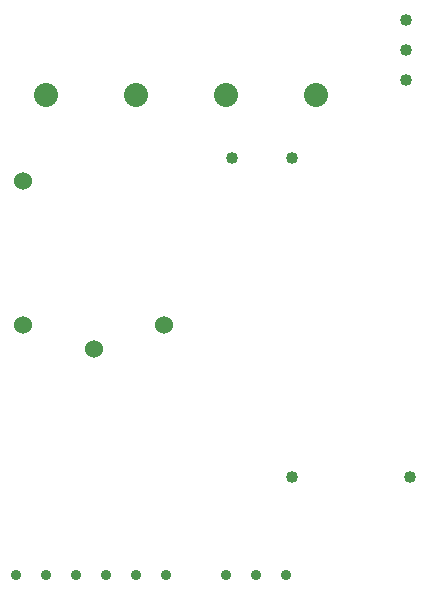
<source format=gbr>
%TF.GenerationSoftware,Altium Limited,Altium Designer,20.2.5 (213)*%
G04 Layer_Color=0*
%FSLAX26Y26*%
%MOIN*%
%TF.SameCoordinates,777CE05A-463F-4341-A6E9-F235672CD6F8*%
%TF.FilePolarity,Positive*%
%TF.FileFunction,Plated,1,2,PTH,Drill*%
%TF.Part,Single*%
G01*
G75*
%TA.AperFunction,ComponentDrill*%
%ADD64C,0.036000*%
%ADD65C,0.080000*%
%ADD66C,0.060000*%
%ADD67C,0.040000*%
%ADD68C,0.040000*%
D64*
X900000Y200000D02*
D03*
X1000000D02*
D03*
X1100000D02*
D03*
X700000D02*
D03*
X600000D02*
D03*
X500000D02*
D03*
X400000D02*
D03*
X300000D02*
D03*
X200000D02*
D03*
D65*
X900000Y1800000D02*
D03*
X1200000D02*
D03*
X600000D02*
D03*
X300000D02*
D03*
D66*
X223780Y1513465D02*
D03*
X460000Y954409D02*
D03*
X223780Y1033150D02*
D03*
X696221D02*
D03*
D67*
X1499997Y1850003D02*
D03*
X1500000Y1950000D02*
D03*
X1499997Y2050003D02*
D03*
D68*
X1120000Y527008D02*
D03*
X1513701D02*
D03*
X1120000Y1590000D02*
D03*
X923149Y1590000D02*
D03*
%TF.MD5,02bd9ed766c591af36949ef0ea53b6d3*%
M02*

</source>
